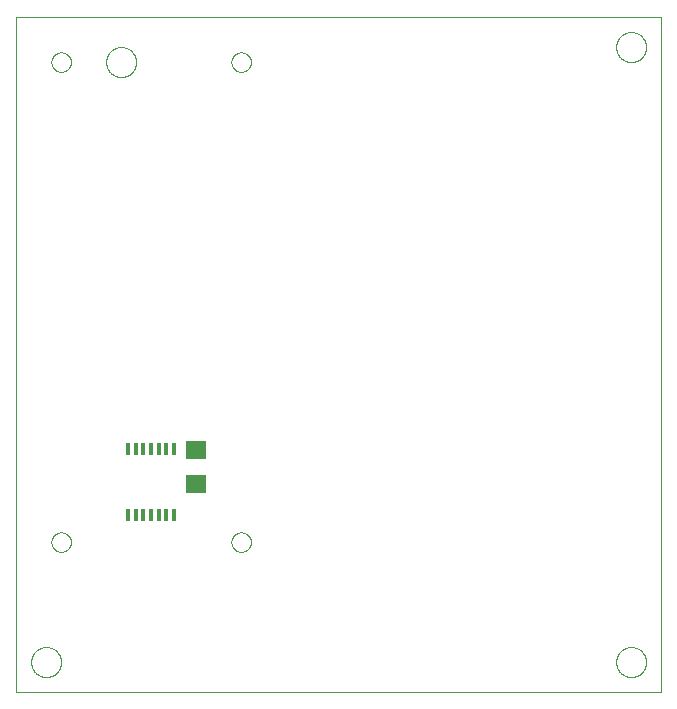
<source format=gbp>
G75*
%MOIN*%
%OFA0B0*%
%FSLAX25Y25*%
%IPPOS*%
%LPD*%
%AMOC8*
5,1,8,0,0,1.08239X$1,22.5*
%
%ADD10C,0.00000*%
%ADD11R,0.01378X0.03937*%
%ADD12R,0.07098X0.06299*%
D10*
X0002667Y0001256D02*
X0002667Y0226217D01*
X0217667Y0226256D01*
X0217667Y0001256D01*
X0002667Y0001256D01*
X0007667Y0011256D02*
X0007669Y0011397D01*
X0007675Y0011538D01*
X0007685Y0011678D01*
X0007699Y0011818D01*
X0007717Y0011958D01*
X0007738Y0012097D01*
X0007764Y0012236D01*
X0007793Y0012374D01*
X0007827Y0012510D01*
X0007864Y0012646D01*
X0007905Y0012781D01*
X0007950Y0012915D01*
X0007999Y0013047D01*
X0008051Y0013178D01*
X0008107Y0013307D01*
X0008167Y0013434D01*
X0008230Y0013560D01*
X0008296Y0013684D01*
X0008367Y0013807D01*
X0008440Y0013927D01*
X0008517Y0014045D01*
X0008597Y0014161D01*
X0008681Y0014274D01*
X0008767Y0014385D01*
X0008857Y0014494D01*
X0008950Y0014600D01*
X0009045Y0014703D01*
X0009144Y0014804D01*
X0009245Y0014902D01*
X0009349Y0014997D01*
X0009456Y0015089D01*
X0009565Y0015178D01*
X0009677Y0015263D01*
X0009791Y0015346D01*
X0009907Y0015426D01*
X0010026Y0015502D01*
X0010147Y0015574D01*
X0010269Y0015644D01*
X0010394Y0015709D01*
X0010520Y0015772D01*
X0010648Y0015830D01*
X0010778Y0015885D01*
X0010909Y0015937D01*
X0011042Y0015984D01*
X0011176Y0016028D01*
X0011311Y0016069D01*
X0011447Y0016105D01*
X0011584Y0016137D01*
X0011722Y0016166D01*
X0011860Y0016191D01*
X0012000Y0016211D01*
X0012140Y0016228D01*
X0012280Y0016241D01*
X0012421Y0016250D01*
X0012561Y0016255D01*
X0012702Y0016256D01*
X0012843Y0016253D01*
X0012984Y0016246D01*
X0013124Y0016235D01*
X0013264Y0016220D01*
X0013404Y0016201D01*
X0013543Y0016179D01*
X0013681Y0016152D01*
X0013819Y0016122D01*
X0013955Y0016087D01*
X0014091Y0016049D01*
X0014225Y0016007D01*
X0014359Y0015961D01*
X0014491Y0015912D01*
X0014621Y0015858D01*
X0014750Y0015801D01*
X0014877Y0015741D01*
X0015003Y0015677D01*
X0015126Y0015609D01*
X0015248Y0015538D01*
X0015368Y0015464D01*
X0015485Y0015386D01*
X0015600Y0015305D01*
X0015713Y0015221D01*
X0015824Y0015134D01*
X0015932Y0015043D01*
X0016037Y0014950D01*
X0016140Y0014853D01*
X0016240Y0014754D01*
X0016337Y0014652D01*
X0016431Y0014547D01*
X0016522Y0014440D01*
X0016610Y0014330D01*
X0016695Y0014218D01*
X0016777Y0014103D01*
X0016856Y0013986D01*
X0016931Y0013867D01*
X0017003Y0013746D01*
X0017071Y0013623D01*
X0017136Y0013498D01*
X0017198Y0013371D01*
X0017255Y0013242D01*
X0017310Y0013112D01*
X0017360Y0012981D01*
X0017407Y0012848D01*
X0017450Y0012714D01*
X0017489Y0012578D01*
X0017524Y0012442D01*
X0017556Y0012305D01*
X0017583Y0012167D01*
X0017607Y0012028D01*
X0017627Y0011888D01*
X0017643Y0011748D01*
X0017655Y0011608D01*
X0017663Y0011467D01*
X0017667Y0011326D01*
X0017667Y0011186D01*
X0017663Y0011045D01*
X0017655Y0010904D01*
X0017643Y0010764D01*
X0017627Y0010624D01*
X0017607Y0010484D01*
X0017583Y0010345D01*
X0017556Y0010207D01*
X0017524Y0010070D01*
X0017489Y0009934D01*
X0017450Y0009798D01*
X0017407Y0009664D01*
X0017360Y0009531D01*
X0017310Y0009400D01*
X0017255Y0009270D01*
X0017198Y0009141D01*
X0017136Y0009014D01*
X0017071Y0008889D01*
X0017003Y0008766D01*
X0016931Y0008645D01*
X0016856Y0008526D01*
X0016777Y0008409D01*
X0016695Y0008294D01*
X0016610Y0008182D01*
X0016522Y0008072D01*
X0016431Y0007965D01*
X0016337Y0007860D01*
X0016240Y0007758D01*
X0016140Y0007659D01*
X0016037Y0007562D01*
X0015932Y0007469D01*
X0015824Y0007378D01*
X0015713Y0007291D01*
X0015600Y0007207D01*
X0015485Y0007126D01*
X0015368Y0007048D01*
X0015248Y0006974D01*
X0015126Y0006903D01*
X0015003Y0006835D01*
X0014877Y0006771D01*
X0014750Y0006711D01*
X0014621Y0006654D01*
X0014491Y0006600D01*
X0014359Y0006551D01*
X0014225Y0006505D01*
X0014091Y0006463D01*
X0013955Y0006425D01*
X0013819Y0006390D01*
X0013681Y0006360D01*
X0013543Y0006333D01*
X0013404Y0006311D01*
X0013264Y0006292D01*
X0013124Y0006277D01*
X0012984Y0006266D01*
X0012843Y0006259D01*
X0012702Y0006256D01*
X0012561Y0006257D01*
X0012421Y0006262D01*
X0012280Y0006271D01*
X0012140Y0006284D01*
X0012000Y0006301D01*
X0011860Y0006321D01*
X0011722Y0006346D01*
X0011584Y0006375D01*
X0011447Y0006407D01*
X0011311Y0006443D01*
X0011176Y0006484D01*
X0011042Y0006528D01*
X0010909Y0006575D01*
X0010778Y0006627D01*
X0010648Y0006682D01*
X0010520Y0006740D01*
X0010394Y0006803D01*
X0010269Y0006868D01*
X0010147Y0006938D01*
X0010026Y0007010D01*
X0009907Y0007086D01*
X0009791Y0007166D01*
X0009677Y0007249D01*
X0009565Y0007334D01*
X0009456Y0007423D01*
X0009349Y0007515D01*
X0009245Y0007610D01*
X0009144Y0007708D01*
X0009045Y0007809D01*
X0008950Y0007912D01*
X0008857Y0008018D01*
X0008767Y0008127D01*
X0008681Y0008238D01*
X0008597Y0008351D01*
X0008517Y0008467D01*
X0008440Y0008585D01*
X0008367Y0008705D01*
X0008296Y0008828D01*
X0008230Y0008952D01*
X0008167Y0009078D01*
X0008107Y0009205D01*
X0008051Y0009334D01*
X0007999Y0009465D01*
X0007950Y0009597D01*
X0007905Y0009731D01*
X0007864Y0009866D01*
X0007827Y0010002D01*
X0007793Y0010138D01*
X0007764Y0010276D01*
X0007738Y0010415D01*
X0007717Y0010554D01*
X0007699Y0010694D01*
X0007685Y0010834D01*
X0007675Y0010974D01*
X0007669Y0011115D01*
X0007667Y0011256D01*
X0014417Y0051256D02*
X0014419Y0051369D01*
X0014425Y0051483D01*
X0014435Y0051596D01*
X0014449Y0051708D01*
X0014466Y0051820D01*
X0014488Y0051932D01*
X0014514Y0052042D01*
X0014543Y0052152D01*
X0014576Y0052260D01*
X0014613Y0052368D01*
X0014654Y0052473D01*
X0014698Y0052578D01*
X0014746Y0052681D01*
X0014797Y0052782D01*
X0014852Y0052881D01*
X0014911Y0052978D01*
X0014973Y0053073D01*
X0015038Y0053166D01*
X0015106Y0053257D01*
X0015177Y0053345D01*
X0015252Y0053431D01*
X0015329Y0053514D01*
X0015409Y0053594D01*
X0015492Y0053671D01*
X0015578Y0053746D01*
X0015666Y0053817D01*
X0015757Y0053885D01*
X0015850Y0053950D01*
X0015945Y0054012D01*
X0016042Y0054071D01*
X0016141Y0054126D01*
X0016242Y0054177D01*
X0016345Y0054225D01*
X0016450Y0054269D01*
X0016555Y0054310D01*
X0016663Y0054347D01*
X0016771Y0054380D01*
X0016881Y0054409D01*
X0016991Y0054435D01*
X0017103Y0054457D01*
X0017215Y0054474D01*
X0017327Y0054488D01*
X0017440Y0054498D01*
X0017554Y0054504D01*
X0017667Y0054506D01*
X0017780Y0054504D01*
X0017894Y0054498D01*
X0018007Y0054488D01*
X0018119Y0054474D01*
X0018231Y0054457D01*
X0018343Y0054435D01*
X0018453Y0054409D01*
X0018563Y0054380D01*
X0018671Y0054347D01*
X0018779Y0054310D01*
X0018884Y0054269D01*
X0018989Y0054225D01*
X0019092Y0054177D01*
X0019193Y0054126D01*
X0019292Y0054071D01*
X0019389Y0054012D01*
X0019484Y0053950D01*
X0019577Y0053885D01*
X0019668Y0053817D01*
X0019756Y0053746D01*
X0019842Y0053671D01*
X0019925Y0053594D01*
X0020005Y0053514D01*
X0020082Y0053431D01*
X0020157Y0053345D01*
X0020228Y0053257D01*
X0020296Y0053166D01*
X0020361Y0053073D01*
X0020423Y0052978D01*
X0020482Y0052881D01*
X0020537Y0052782D01*
X0020588Y0052681D01*
X0020636Y0052578D01*
X0020680Y0052473D01*
X0020721Y0052368D01*
X0020758Y0052260D01*
X0020791Y0052152D01*
X0020820Y0052042D01*
X0020846Y0051932D01*
X0020868Y0051820D01*
X0020885Y0051708D01*
X0020899Y0051596D01*
X0020909Y0051483D01*
X0020915Y0051369D01*
X0020917Y0051256D01*
X0020915Y0051143D01*
X0020909Y0051029D01*
X0020899Y0050916D01*
X0020885Y0050804D01*
X0020868Y0050692D01*
X0020846Y0050580D01*
X0020820Y0050470D01*
X0020791Y0050360D01*
X0020758Y0050252D01*
X0020721Y0050144D01*
X0020680Y0050039D01*
X0020636Y0049934D01*
X0020588Y0049831D01*
X0020537Y0049730D01*
X0020482Y0049631D01*
X0020423Y0049534D01*
X0020361Y0049439D01*
X0020296Y0049346D01*
X0020228Y0049255D01*
X0020157Y0049167D01*
X0020082Y0049081D01*
X0020005Y0048998D01*
X0019925Y0048918D01*
X0019842Y0048841D01*
X0019756Y0048766D01*
X0019668Y0048695D01*
X0019577Y0048627D01*
X0019484Y0048562D01*
X0019389Y0048500D01*
X0019292Y0048441D01*
X0019193Y0048386D01*
X0019092Y0048335D01*
X0018989Y0048287D01*
X0018884Y0048243D01*
X0018779Y0048202D01*
X0018671Y0048165D01*
X0018563Y0048132D01*
X0018453Y0048103D01*
X0018343Y0048077D01*
X0018231Y0048055D01*
X0018119Y0048038D01*
X0018007Y0048024D01*
X0017894Y0048014D01*
X0017780Y0048008D01*
X0017667Y0048006D01*
X0017554Y0048008D01*
X0017440Y0048014D01*
X0017327Y0048024D01*
X0017215Y0048038D01*
X0017103Y0048055D01*
X0016991Y0048077D01*
X0016881Y0048103D01*
X0016771Y0048132D01*
X0016663Y0048165D01*
X0016555Y0048202D01*
X0016450Y0048243D01*
X0016345Y0048287D01*
X0016242Y0048335D01*
X0016141Y0048386D01*
X0016042Y0048441D01*
X0015945Y0048500D01*
X0015850Y0048562D01*
X0015757Y0048627D01*
X0015666Y0048695D01*
X0015578Y0048766D01*
X0015492Y0048841D01*
X0015409Y0048918D01*
X0015329Y0048998D01*
X0015252Y0049081D01*
X0015177Y0049167D01*
X0015106Y0049255D01*
X0015038Y0049346D01*
X0014973Y0049439D01*
X0014911Y0049534D01*
X0014852Y0049631D01*
X0014797Y0049730D01*
X0014746Y0049831D01*
X0014698Y0049934D01*
X0014654Y0050039D01*
X0014613Y0050144D01*
X0014576Y0050252D01*
X0014543Y0050360D01*
X0014514Y0050470D01*
X0014488Y0050580D01*
X0014466Y0050692D01*
X0014449Y0050804D01*
X0014435Y0050916D01*
X0014425Y0051029D01*
X0014419Y0051143D01*
X0014417Y0051256D01*
X0074417Y0051256D02*
X0074419Y0051369D01*
X0074425Y0051483D01*
X0074435Y0051596D01*
X0074449Y0051708D01*
X0074466Y0051820D01*
X0074488Y0051932D01*
X0074514Y0052042D01*
X0074543Y0052152D01*
X0074576Y0052260D01*
X0074613Y0052368D01*
X0074654Y0052473D01*
X0074698Y0052578D01*
X0074746Y0052681D01*
X0074797Y0052782D01*
X0074852Y0052881D01*
X0074911Y0052978D01*
X0074973Y0053073D01*
X0075038Y0053166D01*
X0075106Y0053257D01*
X0075177Y0053345D01*
X0075252Y0053431D01*
X0075329Y0053514D01*
X0075409Y0053594D01*
X0075492Y0053671D01*
X0075578Y0053746D01*
X0075666Y0053817D01*
X0075757Y0053885D01*
X0075850Y0053950D01*
X0075945Y0054012D01*
X0076042Y0054071D01*
X0076141Y0054126D01*
X0076242Y0054177D01*
X0076345Y0054225D01*
X0076450Y0054269D01*
X0076555Y0054310D01*
X0076663Y0054347D01*
X0076771Y0054380D01*
X0076881Y0054409D01*
X0076991Y0054435D01*
X0077103Y0054457D01*
X0077215Y0054474D01*
X0077327Y0054488D01*
X0077440Y0054498D01*
X0077554Y0054504D01*
X0077667Y0054506D01*
X0077780Y0054504D01*
X0077894Y0054498D01*
X0078007Y0054488D01*
X0078119Y0054474D01*
X0078231Y0054457D01*
X0078343Y0054435D01*
X0078453Y0054409D01*
X0078563Y0054380D01*
X0078671Y0054347D01*
X0078779Y0054310D01*
X0078884Y0054269D01*
X0078989Y0054225D01*
X0079092Y0054177D01*
X0079193Y0054126D01*
X0079292Y0054071D01*
X0079389Y0054012D01*
X0079484Y0053950D01*
X0079577Y0053885D01*
X0079668Y0053817D01*
X0079756Y0053746D01*
X0079842Y0053671D01*
X0079925Y0053594D01*
X0080005Y0053514D01*
X0080082Y0053431D01*
X0080157Y0053345D01*
X0080228Y0053257D01*
X0080296Y0053166D01*
X0080361Y0053073D01*
X0080423Y0052978D01*
X0080482Y0052881D01*
X0080537Y0052782D01*
X0080588Y0052681D01*
X0080636Y0052578D01*
X0080680Y0052473D01*
X0080721Y0052368D01*
X0080758Y0052260D01*
X0080791Y0052152D01*
X0080820Y0052042D01*
X0080846Y0051932D01*
X0080868Y0051820D01*
X0080885Y0051708D01*
X0080899Y0051596D01*
X0080909Y0051483D01*
X0080915Y0051369D01*
X0080917Y0051256D01*
X0080915Y0051143D01*
X0080909Y0051029D01*
X0080899Y0050916D01*
X0080885Y0050804D01*
X0080868Y0050692D01*
X0080846Y0050580D01*
X0080820Y0050470D01*
X0080791Y0050360D01*
X0080758Y0050252D01*
X0080721Y0050144D01*
X0080680Y0050039D01*
X0080636Y0049934D01*
X0080588Y0049831D01*
X0080537Y0049730D01*
X0080482Y0049631D01*
X0080423Y0049534D01*
X0080361Y0049439D01*
X0080296Y0049346D01*
X0080228Y0049255D01*
X0080157Y0049167D01*
X0080082Y0049081D01*
X0080005Y0048998D01*
X0079925Y0048918D01*
X0079842Y0048841D01*
X0079756Y0048766D01*
X0079668Y0048695D01*
X0079577Y0048627D01*
X0079484Y0048562D01*
X0079389Y0048500D01*
X0079292Y0048441D01*
X0079193Y0048386D01*
X0079092Y0048335D01*
X0078989Y0048287D01*
X0078884Y0048243D01*
X0078779Y0048202D01*
X0078671Y0048165D01*
X0078563Y0048132D01*
X0078453Y0048103D01*
X0078343Y0048077D01*
X0078231Y0048055D01*
X0078119Y0048038D01*
X0078007Y0048024D01*
X0077894Y0048014D01*
X0077780Y0048008D01*
X0077667Y0048006D01*
X0077554Y0048008D01*
X0077440Y0048014D01*
X0077327Y0048024D01*
X0077215Y0048038D01*
X0077103Y0048055D01*
X0076991Y0048077D01*
X0076881Y0048103D01*
X0076771Y0048132D01*
X0076663Y0048165D01*
X0076555Y0048202D01*
X0076450Y0048243D01*
X0076345Y0048287D01*
X0076242Y0048335D01*
X0076141Y0048386D01*
X0076042Y0048441D01*
X0075945Y0048500D01*
X0075850Y0048562D01*
X0075757Y0048627D01*
X0075666Y0048695D01*
X0075578Y0048766D01*
X0075492Y0048841D01*
X0075409Y0048918D01*
X0075329Y0048998D01*
X0075252Y0049081D01*
X0075177Y0049167D01*
X0075106Y0049255D01*
X0075038Y0049346D01*
X0074973Y0049439D01*
X0074911Y0049534D01*
X0074852Y0049631D01*
X0074797Y0049730D01*
X0074746Y0049831D01*
X0074698Y0049934D01*
X0074654Y0050039D01*
X0074613Y0050144D01*
X0074576Y0050252D01*
X0074543Y0050360D01*
X0074514Y0050470D01*
X0074488Y0050580D01*
X0074466Y0050692D01*
X0074449Y0050804D01*
X0074435Y0050916D01*
X0074425Y0051029D01*
X0074419Y0051143D01*
X0074417Y0051256D01*
X0202667Y0011256D02*
X0202669Y0011397D01*
X0202675Y0011538D01*
X0202685Y0011678D01*
X0202699Y0011818D01*
X0202717Y0011958D01*
X0202738Y0012097D01*
X0202764Y0012236D01*
X0202793Y0012374D01*
X0202827Y0012510D01*
X0202864Y0012646D01*
X0202905Y0012781D01*
X0202950Y0012915D01*
X0202999Y0013047D01*
X0203051Y0013178D01*
X0203107Y0013307D01*
X0203167Y0013434D01*
X0203230Y0013560D01*
X0203296Y0013684D01*
X0203367Y0013807D01*
X0203440Y0013927D01*
X0203517Y0014045D01*
X0203597Y0014161D01*
X0203681Y0014274D01*
X0203767Y0014385D01*
X0203857Y0014494D01*
X0203950Y0014600D01*
X0204045Y0014703D01*
X0204144Y0014804D01*
X0204245Y0014902D01*
X0204349Y0014997D01*
X0204456Y0015089D01*
X0204565Y0015178D01*
X0204677Y0015263D01*
X0204791Y0015346D01*
X0204907Y0015426D01*
X0205026Y0015502D01*
X0205147Y0015574D01*
X0205269Y0015644D01*
X0205394Y0015709D01*
X0205520Y0015772D01*
X0205648Y0015830D01*
X0205778Y0015885D01*
X0205909Y0015937D01*
X0206042Y0015984D01*
X0206176Y0016028D01*
X0206311Y0016069D01*
X0206447Y0016105D01*
X0206584Y0016137D01*
X0206722Y0016166D01*
X0206860Y0016191D01*
X0207000Y0016211D01*
X0207140Y0016228D01*
X0207280Y0016241D01*
X0207421Y0016250D01*
X0207561Y0016255D01*
X0207702Y0016256D01*
X0207843Y0016253D01*
X0207984Y0016246D01*
X0208124Y0016235D01*
X0208264Y0016220D01*
X0208404Y0016201D01*
X0208543Y0016179D01*
X0208681Y0016152D01*
X0208819Y0016122D01*
X0208955Y0016087D01*
X0209091Y0016049D01*
X0209225Y0016007D01*
X0209359Y0015961D01*
X0209491Y0015912D01*
X0209621Y0015858D01*
X0209750Y0015801D01*
X0209877Y0015741D01*
X0210003Y0015677D01*
X0210126Y0015609D01*
X0210248Y0015538D01*
X0210368Y0015464D01*
X0210485Y0015386D01*
X0210600Y0015305D01*
X0210713Y0015221D01*
X0210824Y0015134D01*
X0210932Y0015043D01*
X0211037Y0014950D01*
X0211140Y0014853D01*
X0211240Y0014754D01*
X0211337Y0014652D01*
X0211431Y0014547D01*
X0211522Y0014440D01*
X0211610Y0014330D01*
X0211695Y0014218D01*
X0211777Y0014103D01*
X0211856Y0013986D01*
X0211931Y0013867D01*
X0212003Y0013746D01*
X0212071Y0013623D01*
X0212136Y0013498D01*
X0212198Y0013371D01*
X0212255Y0013242D01*
X0212310Y0013112D01*
X0212360Y0012981D01*
X0212407Y0012848D01*
X0212450Y0012714D01*
X0212489Y0012578D01*
X0212524Y0012442D01*
X0212556Y0012305D01*
X0212583Y0012167D01*
X0212607Y0012028D01*
X0212627Y0011888D01*
X0212643Y0011748D01*
X0212655Y0011608D01*
X0212663Y0011467D01*
X0212667Y0011326D01*
X0212667Y0011186D01*
X0212663Y0011045D01*
X0212655Y0010904D01*
X0212643Y0010764D01*
X0212627Y0010624D01*
X0212607Y0010484D01*
X0212583Y0010345D01*
X0212556Y0010207D01*
X0212524Y0010070D01*
X0212489Y0009934D01*
X0212450Y0009798D01*
X0212407Y0009664D01*
X0212360Y0009531D01*
X0212310Y0009400D01*
X0212255Y0009270D01*
X0212198Y0009141D01*
X0212136Y0009014D01*
X0212071Y0008889D01*
X0212003Y0008766D01*
X0211931Y0008645D01*
X0211856Y0008526D01*
X0211777Y0008409D01*
X0211695Y0008294D01*
X0211610Y0008182D01*
X0211522Y0008072D01*
X0211431Y0007965D01*
X0211337Y0007860D01*
X0211240Y0007758D01*
X0211140Y0007659D01*
X0211037Y0007562D01*
X0210932Y0007469D01*
X0210824Y0007378D01*
X0210713Y0007291D01*
X0210600Y0007207D01*
X0210485Y0007126D01*
X0210368Y0007048D01*
X0210248Y0006974D01*
X0210126Y0006903D01*
X0210003Y0006835D01*
X0209877Y0006771D01*
X0209750Y0006711D01*
X0209621Y0006654D01*
X0209491Y0006600D01*
X0209359Y0006551D01*
X0209225Y0006505D01*
X0209091Y0006463D01*
X0208955Y0006425D01*
X0208819Y0006390D01*
X0208681Y0006360D01*
X0208543Y0006333D01*
X0208404Y0006311D01*
X0208264Y0006292D01*
X0208124Y0006277D01*
X0207984Y0006266D01*
X0207843Y0006259D01*
X0207702Y0006256D01*
X0207561Y0006257D01*
X0207421Y0006262D01*
X0207280Y0006271D01*
X0207140Y0006284D01*
X0207000Y0006301D01*
X0206860Y0006321D01*
X0206722Y0006346D01*
X0206584Y0006375D01*
X0206447Y0006407D01*
X0206311Y0006443D01*
X0206176Y0006484D01*
X0206042Y0006528D01*
X0205909Y0006575D01*
X0205778Y0006627D01*
X0205648Y0006682D01*
X0205520Y0006740D01*
X0205394Y0006803D01*
X0205269Y0006868D01*
X0205147Y0006938D01*
X0205026Y0007010D01*
X0204907Y0007086D01*
X0204791Y0007166D01*
X0204677Y0007249D01*
X0204565Y0007334D01*
X0204456Y0007423D01*
X0204349Y0007515D01*
X0204245Y0007610D01*
X0204144Y0007708D01*
X0204045Y0007809D01*
X0203950Y0007912D01*
X0203857Y0008018D01*
X0203767Y0008127D01*
X0203681Y0008238D01*
X0203597Y0008351D01*
X0203517Y0008467D01*
X0203440Y0008585D01*
X0203367Y0008705D01*
X0203296Y0008828D01*
X0203230Y0008952D01*
X0203167Y0009078D01*
X0203107Y0009205D01*
X0203051Y0009334D01*
X0202999Y0009465D01*
X0202950Y0009597D01*
X0202905Y0009731D01*
X0202864Y0009866D01*
X0202827Y0010002D01*
X0202793Y0010138D01*
X0202764Y0010276D01*
X0202738Y0010415D01*
X0202717Y0010554D01*
X0202699Y0010694D01*
X0202685Y0010834D01*
X0202675Y0010974D01*
X0202669Y0011115D01*
X0202667Y0011256D01*
X0074417Y0211256D02*
X0074419Y0211369D01*
X0074425Y0211483D01*
X0074435Y0211596D01*
X0074449Y0211708D01*
X0074466Y0211820D01*
X0074488Y0211932D01*
X0074514Y0212042D01*
X0074543Y0212152D01*
X0074576Y0212260D01*
X0074613Y0212368D01*
X0074654Y0212473D01*
X0074698Y0212578D01*
X0074746Y0212681D01*
X0074797Y0212782D01*
X0074852Y0212881D01*
X0074911Y0212978D01*
X0074973Y0213073D01*
X0075038Y0213166D01*
X0075106Y0213257D01*
X0075177Y0213345D01*
X0075252Y0213431D01*
X0075329Y0213514D01*
X0075409Y0213594D01*
X0075492Y0213671D01*
X0075578Y0213746D01*
X0075666Y0213817D01*
X0075757Y0213885D01*
X0075850Y0213950D01*
X0075945Y0214012D01*
X0076042Y0214071D01*
X0076141Y0214126D01*
X0076242Y0214177D01*
X0076345Y0214225D01*
X0076450Y0214269D01*
X0076555Y0214310D01*
X0076663Y0214347D01*
X0076771Y0214380D01*
X0076881Y0214409D01*
X0076991Y0214435D01*
X0077103Y0214457D01*
X0077215Y0214474D01*
X0077327Y0214488D01*
X0077440Y0214498D01*
X0077554Y0214504D01*
X0077667Y0214506D01*
X0077780Y0214504D01*
X0077894Y0214498D01*
X0078007Y0214488D01*
X0078119Y0214474D01*
X0078231Y0214457D01*
X0078343Y0214435D01*
X0078453Y0214409D01*
X0078563Y0214380D01*
X0078671Y0214347D01*
X0078779Y0214310D01*
X0078884Y0214269D01*
X0078989Y0214225D01*
X0079092Y0214177D01*
X0079193Y0214126D01*
X0079292Y0214071D01*
X0079389Y0214012D01*
X0079484Y0213950D01*
X0079577Y0213885D01*
X0079668Y0213817D01*
X0079756Y0213746D01*
X0079842Y0213671D01*
X0079925Y0213594D01*
X0080005Y0213514D01*
X0080082Y0213431D01*
X0080157Y0213345D01*
X0080228Y0213257D01*
X0080296Y0213166D01*
X0080361Y0213073D01*
X0080423Y0212978D01*
X0080482Y0212881D01*
X0080537Y0212782D01*
X0080588Y0212681D01*
X0080636Y0212578D01*
X0080680Y0212473D01*
X0080721Y0212368D01*
X0080758Y0212260D01*
X0080791Y0212152D01*
X0080820Y0212042D01*
X0080846Y0211932D01*
X0080868Y0211820D01*
X0080885Y0211708D01*
X0080899Y0211596D01*
X0080909Y0211483D01*
X0080915Y0211369D01*
X0080917Y0211256D01*
X0080915Y0211143D01*
X0080909Y0211029D01*
X0080899Y0210916D01*
X0080885Y0210804D01*
X0080868Y0210692D01*
X0080846Y0210580D01*
X0080820Y0210470D01*
X0080791Y0210360D01*
X0080758Y0210252D01*
X0080721Y0210144D01*
X0080680Y0210039D01*
X0080636Y0209934D01*
X0080588Y0209831D01*
X0080537Y0209730D01*
X0080482Y0209631D01*
X0080423Y0209534D01*
X0080361Y0209439D01*
X0080296Y0209346D01*
X0080228Y0209255D01*
X0080157Y0209167D01*
X0080082Y0209081D01*
X0080005Y0208998D01*
X0079925Y0208918D01*
X0079842Y0208841D01*
X0079756Y0208766D01*
X0079668Y0208695D01*
X0079577Y0208627D01*
X0079484Y0208562D01*
X0079389Y0208500D01*
X0079292Y0208441D01*
X0079193Y0208386D01*
X0079092Y0208335D01*
X0078989Y0208287D01*
X0078884Y0208243D01*
X0078779Y0208202D01*
X0078671Y0208165D01*
X0078563Y0208132D01*
X0078453Y0208103D01*
X0078343Y0208077D01*
X0078231Y0208055D01*
X0078119Y0208038D01*
X0078007Y0208024D01*
X0077894Y0208014D01*
X0077780Y0208008D01*
X0077667Y0208006D01*
X0077554Y0208008D01*
X0077440Y0208014D01*
X0077327Y0208024D01*
X0077215Y0208038D01*
X0077103Y0208055D01*
X0076991Y0208077D01*
X0076881Y0208103D01*
X0076771Y0208132D01*
X0076663Y0208165D01*
X0076555Y0208202D01*
X0076450Y0208243D01*
X0076345Y0208287D01*
X0076242Y0208335D01*
X0076141Y0208386D01*
X0076042Y0208441D01*
X0075945Y0208500D01*
X0075850Y0208562D01*
X0075757Y0208627D01*
X0075666Y0208695D01*
X0075578Y0208766D01*
X0075492Y0208841D01*
X0075409Y0208918D01*
X0075329Y0208998D01*
X0075252Y0209081D01*
X0075177Y0209167D01*
X0075106Y0209255D01*
X0075038Y0209346D01*
X0074973Y0209439D01*
X0074911Y0209534D01*
X0074852Y0209631D01*
X0074797Y0209730D01*
X0074746Y0209831D01*
X0074698Y0209934D01*
X0074654Y0210039D01*
X0074613Y0210144D01*
X0074576Y0210252D01*
X0074543Y0210360D01*
X0074514Y0210470D01*
X0074488Y0210580D01*
X0074466Y0210692D01*
X0074449Y0210804D01*
X0074435Y0210916D01*
X0074425Y0211029D01*
X0074419Y0211143D01*
X0074417Y0211256D01*
X0032667Y0211256D02*
X0032669Y0211397D01*
X0032675Y0211538D01*
X0032685Y0211678D01*
X0032699Y0211818D01*
X0032717Y0211958D01*
X0032738Y0212097D01*
X0032764Y0212236D01*
X0032793Y0212374D01*
X0032827Y0212510D01*
X0032864Y0212646D01*
X0032905Y0212781D01*
X0032950Y0212915D01*
X0032999Y0213047D01*
X0033051Y0213178D01*
X0033107Y0213307D01*
X0033167Y0213434D01*
X0033230Y0213560D01*
X0033296Y0213684D01*
X0033367Y0213807D01*
X0033440Y0213927D01*
X0033517Y0214045D01*
X0033597Y0214161D01*
X0033681Y0214274D01*
X0033767Y0214385D01*
X0033857Y0214494D01*
X0033950Y0214600D01*
X0034045Y0214703D01*
X0034144Y0214804D01*
X0034245Y0214902D01*
X0034349Y0214997D01*
X0034456Y0215089D01*
X0034565Y0215178D01*
X0034677Y0215263D01*
X0034791Y0215346D01*
X0034907Y0215426D01*
X0035026Y0215502D01*
X0035147Y0215574D01*
X0035269Y0215644D01*
X0035394Y0215709D01*
X0035520Y0215772D01*
X0035648Y0215830D01*
X0035778Y0215885D01*
X0035909Y0215937D01*
X0036042Y0215984D01*
X0036176Y0216028D01*
X0036311Y0216069D01*
X0036447Y0216105D01*
X0036584Y0216137D01*
X0036722Y0216166D01*
X0036860Y0216191D01*
X0037000Y0216211D01*
X0037140Y0216228D01*
X0037280Y0216241D01*
X0037421Y0216250D01*
X0037561Y0216255D01*
X0037702Y0216256D01*
X0037843Y0216253D01*
X0037984Y0216246D01*
X0038124Y0216235D01*
X0038264Y0216220D01*
X0038404Y0216201D01*
X0038543Y0216179D01*
X0038681Y0216152D01*
X0038819Y0216122D01*
X0038955Y0216087D01*
X0039091Y0216049D01*
X0039225Y0216007D01*
X0039359Y0215961D01*
X0039491Y0215912D01*
X0039621Y0215858D01*
X0039750Y0215801D01*
X0039877Y0215741D01*
X0040003Y0215677D01*
X0040126Y0215609D01*
X0040248Y0215538D01*
X0040368Y0215464D01*
X0040485Y0215386D01*
X0040600Y0215305D01*
X0040713Y0215221D01*
X0040824Y0215134D01*
X0040932Y0215043D01*
X0041037Y0214950D01*
X0041140Y0214853D01*
X0041240Y0214754D01*
X0041337Y0214652D01*
X0041431Y0214547D01*
X0041522Y0214440D01*
X0041610Y0214330D01*
X0041695Y0214218D01*
X0041777Y0214103D01*
X0041856Y0213986D01*
X0041931Y0213867D01*
X0042003Y0213746D01*
X0042071Y0213623D01*
X0042136Y0213498D01*
X0042198Y0213371D01*
X0042255Y0213242D01*
X0042310Y0213112D01*
X0042360Y0212981D01*
X0042407Y0212848D01*
X0042450Y0212714D01*
X0042489Y0212578D01*
X0042524Y0212442D01*
X0042556Y0212305D01*
X0042583Y0212167D01*
X0042607Y0212028D01*
X0042627Y0211888D01*
X0042643Y0211748D01*
X0042655Y0211608D01*
X0042663Y0211467D01*
X0042667Y0211326D01*
X0042667Y0211186D01*
X0042663Y0211045D01*
X0042655Y0210904D01*
X0042643Y0210764D01*
X0042627Y0210624D01*
X0042607Y0210484D01*
X0042583Y0210345D01*
X0042556Y0210207D01*
X0042524Y0210070D01*
X0042489Y0209934D01*
X0042450Y0209798D01*
X0042407Y0209664D01*
X0042360Y0209531D01*
X0042310Y0209400D01*
X0042255Y0209270D01*
X0042198Y0209141D01*
X0042136Y0209014D01*
X0042071Y0208889D01*
X0042003Y0208766D01*
X0041931Y0208645D01*
X0041856Y0208526D01*
X0041777Y0208409D01*
X0041695Y0208294D01*
X0041610Y0208182D01*
X0041522Y0208072D01*
X0041431Y0207965D01*
X0041337Y0207860D01*
X0041240Y0207758D01*
X0041140Y0207659D01*
X0041037Y0207562D01*
X0040932Y0207469D01*
X0040824Y0207378D01*
X0040713Y0207291D01*
X0040600Y0207207D01*
X0040485Y0207126D01*
X0040368Y0207048D01*
X0040248Y0206974D01*
X0040126Y0206903D01*
X0040003Y0206835D01*
X0039877Y0206771D01*
X0039750Y0206711D01*
X0039621Y0206654D01*
X0039491Y0206600D01*
X0039359Y0206551D01*
X0039225Y0206505D01*
X0039091Y0206463D01*
X0038955Y0206425D01*
X0038819Y0206390D01*
X0038681Y0206360D01*
X0038543Y0206333D01*
X0038404Y0206311D01*
X0038264Y0206292D01*
X0038124Y0206277D01*
X0037984Y0206266D01*
X0037843Y0206259D01*
X0037702Y0206256D01*
X0037561Y0206257D01*
X0037421Y0206262D01*
X0037280Y0206271D01*
X0037140Y0206284D01*
X0037000Y0206301D01*
X0036860Y0206321D01*
X0036722Y0206346D01*
X0036584Y0206375D01*
X0036447Y0206407D01*
X0036311Y0206443D01*
X0036176Y0206484D01*
X0036042Y0206528D01*
X0035909Y0206575D01*
X0035778Y0206627D01*
X0035648Y0206682D01*
X0035520Y0206740D01*
X0035394Y0206803D01*
X0035269Y0206868D01*
X0035147Y0206938D01*
X0035026Y0207010D01*
X0034907Y0207086D01*
X0034791Y0207166D01*
X0034677Y0207249D01*
X0034565Y0207334D01*
X0034456Y0207423D01*
X0034349Y0207515D01*
X0034245Y0207610D01*
X0034144Y0207708D01*
X0034045Y0207809D01*
X0033950Y0207912D01*
X0033857Y0208018D01*
X0033767Y0208127D01*
X0033681Y0208238D01*
X0033597Y0208351D01*
X0033517Y0208467D01*
X0033440Y0208585D01*
X0033367Y0208705D01*
X0033296Y0208828D01*
X0033230Y0208952D01*
X0033167Y0209078D01*
X0033107Y0209205D01*
X0033051Y0209334D01*
X0032999Y0209465D01*
X0032950Y0209597D01*
X0032905Y0209731D01*
X0032864Y0209866D01*
X0032827Y0210002D01*
X0032793Y0210138D01*
X0032764Y0210276D01*
X0032738Y0210415D01*
X0032717Y0210554D01*
X0032699Y0210694D01*
X0032685Y0210834D01*
X0032675Y0210974D01*
X0032669Y0211115D01*
X0032667Y0211256D01*
X0014417Y0211256D02*
X0014419Y0211369D01*
X0014425Y0211483D01*
X0014435Y0211596D01*
X0014449Y0211708D01*
X0014466Y0211820D01*
X0014488Y0211932D01*
X0014514Y0212042D01*
X0014543Y0212152D01*
X0014576Y0212260D01*
X0014613Y0212368D01*
X0014654Y0212473D01*
X0014698Y0212578D01*
X0014746Y0212681D01*
X0014797Y0212782D01*
X0014852Y0212881D01*
X0014911Y0212978D01*
X0014973Y0213073D01*
X0015038Y0213166D01*
X0015106Y0213257D01*
X0015177Y0213345D01*
X0015252Y0213431D01*
X0015329Y0213514D01*
X0015409Y0213594D01*
X0015492Y0213671D01*
X0015578Y0213746D01*
X0015666Y0213817D01*
X0015757Y0213885D01*
X0015850Y0213950D01*
X0015945Y0214012D01*
X0016042Y0214071D01*
X0016141Y0214126D01*
X0016242Y0214177D01*
X0016345Y0214225D01*
X0016450Y0214269D01*
X0016555Y0214310D01*
X0016663Y0214347D01*
X0016771Y0214380D01*
X0016881Y0214409D01*
X0016991Y0214435D01*
X0017103Y0214457D01*
X0017215Y0214474D01*
X0017327Y0214488D01*
X0017440Y0214498D01*
X0017554Y0214504D01*
X0017667Y0214506D01*
X0017780Y0214504D01*
X0017894Y0214498D01*
X0018007Y0214488D01*
X0018119Y0214474D01*
X0018231Y0214457D01*
X0018343Y0214435D01*
X0018453Y0214409D01*
X0018563Y0214380D01*
X0018671Y0214347D01*
X0018779Y0214310D01*
X0018884Y0214269D01*
X0018989Y0214225D01*
X0019092Y0214177D01*
X0019193Y0214126D01*
X0019292Y0214071D01*
X0019389Y0214012D01*
X0019484Y0213950D01*
X0019577Y0213885D01*
X0019668Y0213817D01*
X0019756Y0213746D01*
X0019842Y0213671D01*
X0019925Y0213594D01*
X0020005Y0213514D01*
X0020082Y0213431D01*
X0020157Y0213345D01*
X0020228Y0213257D01*
X0020296Y0213166D01*
X0020361Y0213073D01*
X0020423Y0212978D01*
X0020482Y0212881D01*
X0020537Y0212782D01*
X0020588Y0212681D01*
X0020636Y0212578D01*
X0020680Y0212473D01*
X0020721Y0212368D01*
X0020758Y0212260D01*
X0020791Y0212152D01*
X0020820Y0212042D01*
X0020846Y0211932D01*
X0020868Y0211820D01*
X0020885Y0211708D01*
X0020899Y0211596D01*
X0020909Y0211483D01*
X0020915Y0211369D01*
X0020917Y0211256D01*
X0020915Y0211143D01*
X0020909Y0211029D01*
X0020899Y0210916D01*
X0020885Y0210804D01*
X0020868Y0210692D01*
X0020846Y0210580D01*
X0020820Y0210470D01*
X0020791Y0210360D01*
X0020758Y0210252D01*
X0020721Y0210144D01*
X0020680Y0210039D01*
X0020636Y0209934D01*
X0020588Y0209831D01*
X0020537Y0209730D01*
X0020482Y0209631D01*
X0020423Y0209534D01*
X0020361Y0209439D01*
X0020296Y0209346D01*
X0020228Y0209255D01*
X0020157Y0209167D01*
X0020082Y0209081D01*
X0020005Y0208998D01*
X0019925Y0208918D01*
X0019842Y0208841D01*
X0019756Y0208766D01*
X0019668Y0208695D01*
X0019577Y0208627D01*
X0019484Y0208562D01*
X0019389Y0208500D01*
X0019292Y0208441D01*
X0019193Y0208386D01*
X0019092Y0208335D01*
X0018989Y0208287D01*
X0018884Y0208243D01*
X0018779Y0208202D01*
X0018671Y0208165D01*
X0018563Y0208132D01*
X0018453Y0208103D01*
X0018343Y0208077D01*
X0018231Y0208055D01*
X0018119Y0208038D01*
X0018007Y0208024D01*
X0017894Y0208014D01*
X0017780Y0208008D01*
X0017667Y0208006D01*
X0017554Y0208008D01*
X0017440Y0208014D01*
X0017327Y0208024D01*
X0017215Y0208038D01*
X0017103Y0208055D01*
X0016991Y0208077D01*
X0016881Y0208103D01*
X0016771Y0208132D01*
X0016663Y0208165D01*
X0016555Y0208202D01*
X0016450Y0208243D01*
X0016345Y0208287D01*
X0016242Y0208335D01*
X0016141Y0208386D01*
X0016042Y0208441D01*
X0015945Y0208500D01*
X0015850Y0208562D01*
X0015757Y0208627D01*
X0015666Y0208695D01*
X0015578Y0208766D01*
X0015492Y0208841D01*
X0015409Y0208918D01*
X0015329Y0208998D01*
X0015252Y0209081D01*
X0015177Y0209167D01*
X0015106Y0209255D01*
X0015038Y0209346D01*
X0014973Y0209439D01*
X0014911Y0209534D01*
X0014852Y0209631D01*
X0014797Y0209730D01*
X0014746Y0209831D01*
X0014698Y0209934D01*
X0014654Y0210039D01*
X0014613Y0210144D01*
X0014576Y0210252D01*
X0014543Y0210360D01*
X0014514Y0210470D01*
X0014488Y0210580D01*
X0014466Y0210692D01*
X0014449Y0210804D01*
X0014435Y0210916D01*
X0014425Y0211029D01*
X0014419Y0211143D01*
X0014417Y0211256D01*
X0202667Y0216256D02*
X0202669Y0216397D01*
X0202675Y0216538D01*
X0202685Y0216678D01*
X0202699Y0216818D01*
X0202717Y0216958D01*
X0202738Y0217097D01*
X0202764Y0217236D01*
X0202793Y0217374D01*
X0202827Y0217510D01*
X0202864Y0217646D01*
X0202905Y0217781D01*
X0202950Y0217915D01*
X0202999Y0218047D01*
X0203051Y0218178D01*
X0203107Y0218307D01*
X0203167Y0218434D01*
X0203230Y0218560D01*
X0203296Y0218684D01*
X0203367Y0218807D01*
X0203440Y0218927D01*
X0203517Y0219045D01*
X0203597Y0219161D01*
X0203681Y0219274D01*
X0203767Y0219385D01*
X0203857Y0219494D01*
X0203950Y0219600D01*
X0204045Y0219703D01*
X0204144Y0219804D01*
X0204245Y0219902D01*
X0204349Y0219997D01*
X0204456Y0220089D01*
X0204565Y0220178D01*
X0204677Y0220263D01*
X0204791Y0220346D01*
X0204907Y0220426D01*
X0205026Y0220502D01*
X0205147Y0220574D01*
X0205269Y0220644D01*
X0205394Y0220709D01*
X0205520Y0220772D01*
X0205648Y0220830D01*
X0205778Y0220885D01*
X0205909Y0220937D01*
X0206042Y0220984D01*
X0206176Y0221028D01*
X0206311Y0221069D01*
X0206447Y0221105D01*
X0206584Y0221137D01*
X0206722Y0221166D01*
X0206860Y0221191D01*
X0207000Y0221211D01*
X0207140Y0221228D01*
X0207280Y0221241D01*
X0207421Y0221250D01*
X0207561Y0221255D01*
X0207702Y0221256D01*
X0207843Y0221253D01*
X0207984Y0221246D01*
X0208124Y0221235D01*
X0208264Y0221220D01*
X0208404Y0221201D01*
X0208543Y0221179D01*
X0208681Y0221152D01*
X0208819Y0221122D01*
X0208955Y0221087D01*
X0209091Y0221049D01*
X0209225Y0221007D01*
X0209359Y0220961D01*
X0209491Y0220912D01*
X0209621Y0220858D01*
X0209750Y0220801D01*
X0209877Y0220741D01*
X0210003Y0220677D01*
X0210126Y0220609D01*
X0210248Y0220538D01*
X0210368Y0220464D01*
X0210485Y0220386D01*
X0210600Y0220305D01*
X0210713Y0220221D01*
X0210824Y0220134D01*
X0210932Y0220043D01*
X0211037Y0219950D01*
X0211140Y0219853D01*
X0211240Y0219754D01*
X0211337Y0219652D01*
X0211431Y0219547D01*
X0211522Y0219440D01*
X0211610Y0219330D01*
X0211695Y0219218D01*
X0211777Y0219103D01*
X0211856Y0218986D01*
X0211931Y0218867D01*
X0212003Y0218746D01*
X0212071Y0218623D01*
X0212136Y0218498D01*
X0212198Y0218371D01*
X0212255Y0218242D01*
X0212310Y0218112D01*
X0212360Y0217981D01*
X0212407Y0217848D01*
X0212450Y0217714D01*
X0212489Y0217578D01*
X0212524Y0217442D01*
X0212556Y0217305D01*
X0212583Y0217167D01*
X0212607Y0217028D01*
X0212627Y0216888D01*
X0212643Y0216748D01*
X0212655Y0216608D01*
X0212663Y0216467D01*
X0212667Y0216326D01*
X0212667Y0216186D01*
X0212663Y0216045D01*
X0212655Y0215904D01*
X0212643Y0215764D01*
X0212627Y0215624D01*
X0212607Y0215484D01*
X0212583Y0215345D01*
X0212556Y0215207D01*
X0212524Y0215070D01*
X0212489Y0214934D01*
X0212450Y0214798D01*
X0212407Y0214664D01*
X0212360Y0214531D01*
X0212310Y0214400D01*
X0212255Y0214270D01*
X0212198Y0214141D01*
X0212136Y0214014D01*
X0212071Y0213889D01*
X0212003Y0213766D01*
X0211931Y0213645D01*
X0211856Y0213526D01*
X0211777Y0213409D01*
X0211695Y0213294D01*
X0211610Y0213182D01*
X0211522Y0213072D01*
X0211431Y0212965D01*
X0211337Y0212860D01*
X0211240Y0212758D01*
X0211140Y0212659D01*
X0211037Y0212562D01*
X0210932Y0212469D01*
X0210824Y0212378D01*
X0210713Y0212291D01*
X0210600Y0212207D01*
X0210485Y0212126D01*
X0210368Y0212048D01*
X0210248Y0211974D01*
X0210126Y0211903D01*
X0210003Y0211835D01*
X0209877Y0211771D01*
X0209750Y0211711D01*
X0209621Y0211654D01*
X0209491Y0211600D01*
X0209359Y0211551D01*
X0209225Y0211505D01*
X0209091Y0211463D01*
X0208955Y0211425D01*
X0208819Y0211390D01*
X0208681Y0211360D01*
X0208543Y0211333D01*
X0208404Y0211311D01*
X0208264Y0211292D01*
X0208124Y0211277D01*
X0207984Y0211266D01*
X0207843Y0211259D01*
X0207702Y0211256D01*
X0207561Y0211257D01*
X0207421Y0211262D01*
X0207280Y0211271D01*
X0207140Y0211284D01*
X0207000Y0211301D01*
X0206860Y0211321D01*
X0206722Y0211346D01*
X0206584Y0211375D01*
X0206447Y0211407D01*
X0206311Y0211443D01*
X0206176Y0211484D01*
X0206042Y0211528D01*
X0205909Y0211575D01*
X0205778Y0211627D01*
X0205648Y0211682D01*
X0205520Y0211740D01*
X0205394Y0211803D01*
X0205269Y0211868D01*
X0205147Y0211938D01*
X0205026Y0212010D01*
X0204907Y0212086D01*
X0204791Y0212166D01*
X0204677Y0212249D01*
X0204565Y0212334D01*
X0204456Y0212423D01*
X0204349Y0212515D01*
X0204245Y0212610D01*
X0204144Y0212708D01*
X0204045Y0212809D01*
X0203950Y0212912D01*
X0203857Y0213018D01*
X0203767Y0213127D01*
X0203681Y0213238D01*
X0203597Y0213351D01*
X0203517Y0213467D01*
X0203440Y0213585D01*
X0203367Y0213705D01*
X0203296Y0213828D01*
X0203230Y0213952D01*
X0203167Y0214078D01*
X0203107Y0214205D01*
X0203051Y0214334D01*
X0202999Y0214465D01*
X0202950Y0214597D01*
X0202905Y0214731D01*
X0202864Y0214866D01*
X0202827Y0215002D01*
X0202793Y0215138D01*
X0202764Y0215276D01*
X0202738Y0215415D01*
X0202717Y0215554D01*
X0202699Y0215694D01*
X0202685Y0215834D01*
X0202675Y0215974D01*
X0202669Y0216115D01*
X0202667Y0216256D01*
D11*
X0055344Y0082378D03*
X0052785Y0082378D03*
X0050226Y0082378D03*
X0047667Y0082378D03*
X0045108Y0082378D03*
X0042549Y0082378D03*
X0039989Y0082378D03*
X0039989Y0060134D03*
X0042549Y0060134D03*
X0045108Y0060134D03*
X0047667Y0060134D03*
X0050226Y0060134D03*
X0052785Y0060134D03*
X0055344Y0060134D03*
D12*
X0062667Y0070657D03*
X0062667Y0081854D03*
M02*

</source>
